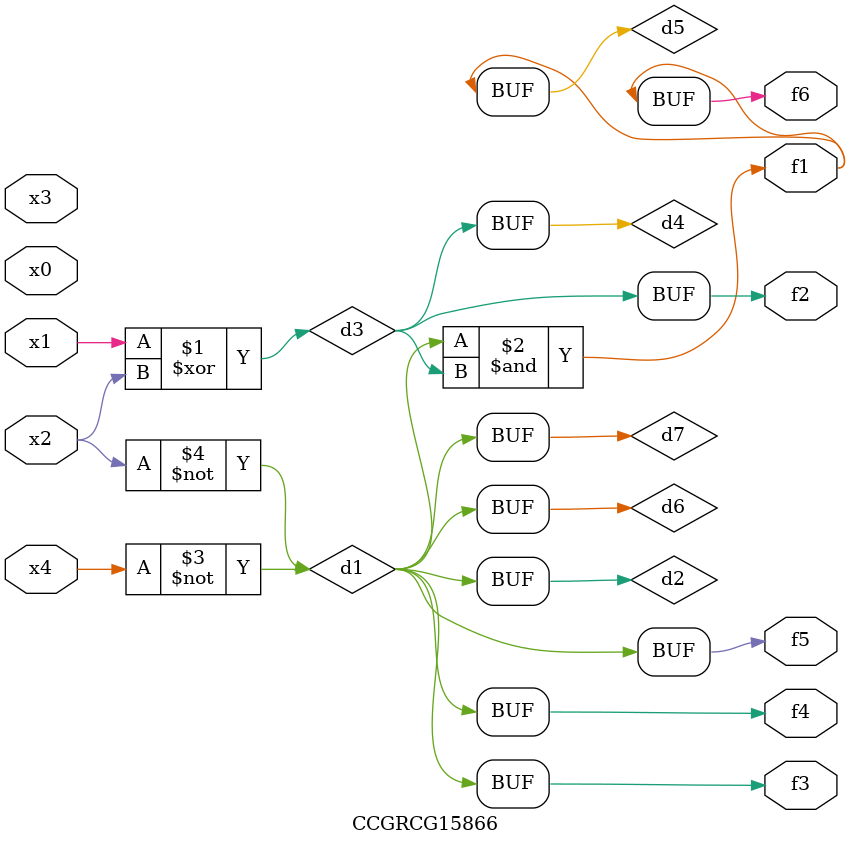
<source format=v>
module CCGRCG15866(
	input x0, x1, x2, x3, x4,
	output f1, f2, f3, f4, f5, f6
);

	wire d1, d2, d3, d4, d5, d6, d7;

	not (d1, x4);
	not (d2, x2);
	xor (d3, x1, x2);
	buf (d4, d3);
	and (d5, d1, d3);
	buf (d6, d1, d2);
	buf (d7, d2);
	assign f1 = d5;
	assign f2 = d4;
	assign f3 = d7;
	assign f4 = d7;
	assign f5 = d7;
	assign f6 = d5;
endmodule

</source>
